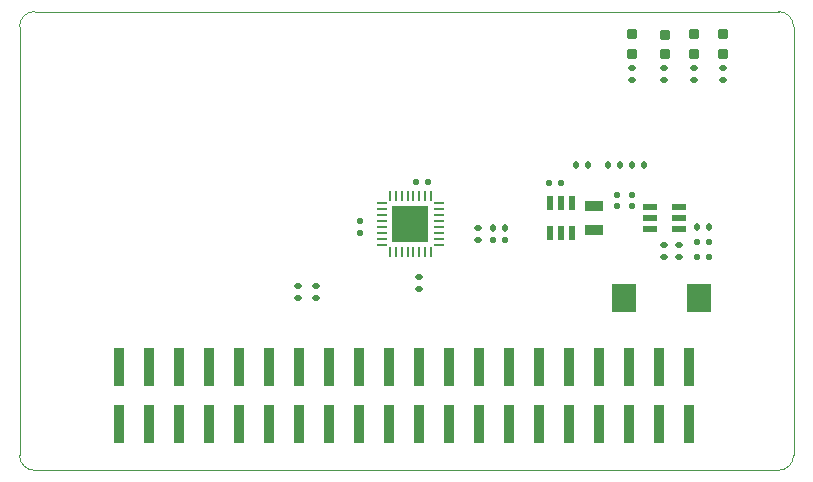
<source format=gtp>
G04*
G04 #@! TF.GenerationSoftware,Altium Limited,Altium Designer,22.2.1 (43)*
G04*
G04 Layer_Color=8421504*
%FSLAX25Y25*%
%MOIN*%
G70*
G04*
G04 #@! TF.SameCoordinates,9D487286-0820-45C8-B7CC-BF608446F30D*
G04*
G04*
G04 #@! TF.FilePolarity,Positive*
G04*
G01*
G75*
%ADD17C,0.00100*%
G04:AMPARAMS|DCode=18|XSize=96.46mil|YSize=82.68mil|CornerRadius=8.27mil|HoleSize=0mil|Usage=FLASHONLY|Rotation=90.000|XOffset=0mil|YOffset=0mil|HoleType=Round|Shape=RoundedRectangle|*
%AMROUNDEDRECTD18*
21,1,0.09646,0.06614,0,0,90.0*
21,1,0.07992,0.08268,0,0,90.0*
1,1,0.01654,0.03307,0.03996*
1,1,0.01654,0.03307,-0.03996*
1,1,0.01654,-0.03307,-0.03996*
1,1,0.01654,-0.03307,0.03996*
%
%ADD18ROUNDEDRECTD18*%
G04:AMPARAMS|DCode=19|XSize=23.62mil|YSize=17.72mil|CornerRadius=4.43mil|HoleSize=0mil|Usage=FLASHONLY|Rotation=270.000|XOffset=0mil|YOffset=0mil|HoleType=Round|Shape=RoundedRectangle|*
%AMROUNDEDRECTD19*
21,1,0.02362,0.00886,0,0,270.0*
21,1,0.01476,0.01772,0,0,270.0*
1,1,0.00886,-0.00443,-0.00738*
1,1,0.00886,-0.00443,0.00738*
1,1,0.00886,0.00443,0.00738*
1,1,0.00886,0.00443,-0.00738*
%
%ADD19ROUNDEDRECTD19*%
G04:AMPARAMS|DCode=20|XSize=59.06mil|YSize=35.43mil|CornerRadius=1.77mil|HoleSize=0mil|Usage=FLASHONLY|Rotation=180.000|XOffset=0mil|YOffset=0mil|HoleType=Round|Shape=RoundedRectangle|*
%AMROUNDEDRECTD20*
21,1,0.05906,0.03189,0,0,180.0*
21,1,0.05551,0.03543,0,0,180.0*
1,1,0.00354,-0.02776,0.01595*
1,1,0.00354,0.02776,0.01595*
1,1,0.00354,0.02776,-0.01595*
1,1,0.00354,-0.02776,-0.01595*
%
%ADD20ROUNDEDRECTD20*%
G04:AMPARAMS|DCode=21|XSize=47.64mil|YSize=22.84mil|CornerRadius=2.85mil|HoleSize=0mil|Usage=FLASHONLY|Rotation=0.000|XOffset=0mil|YOffset=0mil|HoleType=Round|Shape=RoundedRectangle|*
%AMROUNDEDRECTD21*
21,1,0.04764,0.01713,0,0,0.0*
21,1,0.04193,0.02284,0,0,0.0*
1,1,0.00571,0.02097,-0.00856*
1,1,0.00571,-0.02097,-0.00856*
1,1,0.00571,-0.02097,0.00856*
1,1,0.00571,0.02097,0.00856*
%
%ADD21ROUNDEDRECTD21*%
G04:AMPARAMS|DCode=22|XSize=21.62mil|YSize=17.69mil|CornerRadius=3.92mil|HoleSize=0mil|Usage=FLASHONLY|Rotation=90.000|XOffset=0mil|YOffset=0mil|HoleType=Round|Shape=RoundedRectangle|*
%AMROUNDEDRECTD22*
21,1,0.02162,0.00984,0,0,90.0*
21,1,0.01378,0.01769,0,0,90.0*
1,1,0.00784,0.00492,0.00689*
1,1,0.00784,0.00492,-0.00689*
1,1,0.00784,-0.00492,-0.00689*
1,1,0.00784,-0.00492,0.00689*
%
%ADD22ROUNDEDRECTD22*%
G04:AMPARAMS|DCode=23|XSize=21.62mil|YSize=17.69mil|CornerRadius=3.92mil|HoleSize=0mil|Usage=FLASHONLY|Rotation=0.000|XOffset=0mil|YOffset=0mil|HoleType=Round|Shape=RoundedRectangle|*
%AMROUNDEDRECTD23*
21,1,0.02162,0.00984,0,0,0.0*
21,1,0.01378,0.01769,0,0,0.0*
1,1,0.00784,0.00689,-0.00492*
1,1,0.00784,-0.00689,-0.00492*
1,1,0.00784,-0.00689,0.00492*
1,1,0.00784,0.00689,0.00492*
%
%ADD23ROUNDEDRECTD23*%
G04:AMPARAMS|DCode=24|XSize=23.62mil|YSize=17.72mil|CornerRadius=4.43mil|HoleSize=0mil|Usage=FLASHONLY|Rotation=180.000|XOffset=0mil|YOffset=0mil|HoleType=Round|Shape=RoundedRectangle|*
%AMROUNDEDRECTD24*
21,1,0.02362,0.00886,0,0,180.0*
21,1,0.01476,0.01772,0,0,180.0*
1,1,0.00886,-0.00738,0.00443*
1,1,0.00886,0.00738,0.00443*
1,1,0.00886,0.00738,-0.00443*
1,1,0.00886,-0.00738,-0.00443*
%
%ADD24ROUNDEDRECTD24*%
G04:AMPARAMS|DCode=25|XSize=31.89mil|YSize=36.61mil|CornerRadius=4.78mil|HoleSize=0mil|Usage=FLASHONLY|Rotation=270.000|XOffset=0mil|YOffset=0mil|HoleType=Round|Shape=RoundedRectangle|*
%AMROUNDEDRECTD25*
21,1,0.03189,0.02705,0,0,270.0*
21,1,0.02232,0.03661,0,0,270.0*
1,1,0.00957,-0.01352,-0.01116*
1,1,0.00957,-0.01352,0.01116*
1,1,0.00957,0.01352,0.01116*
1,1,0.00957,0.01352,-0.01116*
%
%ADD25ROUNDEDRECTD25*%
%ADD26R,0.12205X0.12205*%
%ADD27O,0.03543X0.00984*%
%ADD28O,0.00984X0.03543*%
G04:AMPARAMS|DCode=29|XSize=47.64mil|YSize=22.84mil|CornerRadius=2.85mil|HoleSize=0mil|Usage=FLASHONLY|Rotation=90.000|XOffset=0mil|YOffset=0mil|HoleType=Round|Shape=RoundedRectangle|*
%AMROUNDEDRECTD29*
21,1,0.04764,0.01713,0,0,90.0*
21,1,0.04193,0.02284,0,0,90.0*
1,1,0.00571,0.00856,0.02097*
1,1,0.00571,0.00856,-0.02097*
1,1,0.00571,-0.00856,-0.02097*
1,1,0.00571,-0.00856,0.02097*
%
%ADD29ROUNDEDRECTD29*%
%ADD30R,0.03347X0.12795*%
D17*
X100000Y105000D02*
G03*
X105000Y100000I5000J0D01*
G01*
X353000D02*
G03*
X358000Y105000I0J5000D01*
G01*
Y247953D02*
G03*
X353000Y252953I-5000J0D01*
G01*
X105000D02*
G03*
X100000Y247953I0J-5000D01*
G01*
Y105000D02*
Y108661D01*
X105000Y100000D02*
X108661D01*
X348031D02*
X353000D01*
X358000Y105000D02*
Y109968D01*
Y240425D02*
Y247953D01*
X345472Y252953D02*
X353000D01*
X105000D02*
X111221D01*
X100000Y241732D02*
Y247953D01*
X108661Y100000D02*
X348031D01*
X358000Y109968D02*
Y240425D01*
X100000Y108661D02*
Y241732D01*
X111221Y252953D02*
X345472D01*
D18*
X326476Y157480D02*
D03*
X301476D02*
D03*
D19*
X285402Y201772D02*
D03*
X289402D02*
D03*
X325787Y181102D02*
D03*
X329787D02*
D03*
X304102Y201772D02*
D03*
X308102D02*
D03*
X296228D02*
D03*
X300228D02*
D03*
X257842Y180709D02*
D03*
X261842D02*
D03*
D20*
X291339Y187992D02*
D03*
Y180118D02*
D03*
D21*
X319902Y180315D02*
D03*
Y184055D02*
D03*
Y187795D02*
D03*
X310020Y180315D02*
D03*
Y184055D02*
D03*
Y187795D02*
D03*
D22*
X325787Y176181D02*
D03*
X329724D02*
D03*
X325787Y171260D02*
D03*
X329724D02*
D03*
X257874Y176772D02*
D03*
X261811D02*
D03*
X280512Y195866D02*
D03*
X276575D02*
D03*
X232059Y196142D02*
D03*
X235996D02*
D03*
D23*
X299213Y191929D02*
D03*
Y187992D02*
D03*
X304134Y191929D02*
D03*
Y187992D02*
D03*
X213583Y183071D02*
D03*
Y179134D02*
D03*
D24*
X314961Y175228D02*
D03*
Y171228D02*
D03*
X319882D02*
D03*
Y175228D02*
D03*
X233268Y164402D02*
D03*
Y160402D02*
D03*
X252953Y180740D02*
D03*
Y176740D02*
D03*
X334646Y230283D02*
D03*
Y234283D02*
D03*
X324803Y230283D02*
D03*
Y234283D02*
D03*
X198819Y157449D02*
D03*
Y161449D02*
D03*
X192913Y157449D02*
D03*
Y161449D02*
D03*
X314961Y230283D02*
D03*
Y234283D02*
D03*
X304134Y230283D02*
D03*
Y234283D02*
D03*
D25*
X334646Y238937D02*
D03*
Y245315D02*
D03*
X324803Y238937D02*
D03*
Y245315D02*
D03*
X315181Y238787D02*
D03*
Y245165D02*
D03*
X304134Y238937D02*
D03*
Y245315D02*
D03*
D26*
X230315Y182087D02*
D03*
D27*
X220965Y175197D02*
D03*
Y177165D02*
D03*
Y179134D02*
D03*
Y181102D02*
D03*
Y183071D02*
D03*
Y185039D02*
D03*
Y187008D02*
D03*
Y188976D02*
D03*
X239665D02*
D03*
Y187008D02*
D03*
Y185039D02*
D03*
Y183071D02*
D03*
Y181102D02*
D03*
Y179134D02*
D03*
Y177165D02*
D03*
Y175197D02*
D03*
D28*
X223425Y191437D02*
D03*
X225394D02*
D03*
X227362D02*
D03*
X229331D02*
D03*
X231299D02*
D03*
X233268D02*
D03*
X235236D02*
D03*
X237205D02*
D03*
Y172736D02*
D03*
X235236D02*
D03*
X233268D02*
D03*
X231299D02*
D03*
X229331D02*
D03*
X227362D02*
D03*
X225394D02*
D03*
X223425D02*
D03*
D29*
X284252Y188996D02*
D03*
X280512D02*
D03*
X276772D02*
D03*
X284252Y179114D02*
D03*
X280512D02*
D03*
X276772D02*
D03*
D30*
X133173Y115453D02*
D03*
Y134547D02*
D03*
X143173Y115453D02*
D03*
Y134547D02*
D03*
X153173Y115453D02*
D03*
Y134547D02*
D03*
X163173Y115453D02*
D03*
Y134547D02*
D03*
X173173Y115453D02*
D03*
Y134547D02*
D03*
X183173Y115453D02*
D03*
Y134547D02*
D03*
X193173Y115453D02*
D03*
Y134547D02*
D03*
X203173Y115453D02*
D03*
Y134547D02*
D03*
X213173Y115453D02*
D03*
Y134547D02*
D03*
X223173Y115453D02*
D03*
Y134547D02*
D03*
X233173Y115453D02*
D03*
Y134547D02*
D03*
X243173Y115453D02*
D03*
Y134547D02*
D03*
X253173Y115453D02*
D03*
Y134547D02*
D03*
X263173Y115453D02*
D03*
Y134547D02*
D03*
X273173Y115453D02*
D03*
Y134547D02*
D03*
X283173Y115453D02*
D03*
Y134547D02*
D03*
X293173Y115453D02*
D03*
Y134547D02*
D03*
X303173Y115453D02*
D03*
Y134547D02*
D03*
X313173Y115453D02*
D03*
Y134547D02*
D03*
X323173Y115453D02*
D03*
Y134547D02*
D03*
M02*

</source>
